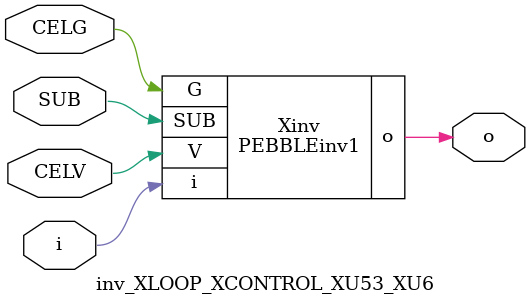
<source format=v>



module PEBBLEinv1 ( o, G, SUB, V, i );

  input V;
  input i;
  input G;
  output o;
  input SUB;
endmodule

//Celera Confidential Do Not Copy inv_XLOOP_XCONTROL_XU53_XU6
//Celera Confidential Symbol Generator
//5V Inverter
module inv_XLOOP_XCONTROL_XU53_XU6 (CELV,CELG,i,o,SUB);
input CELV;
input CELG;
input i;
input SUB;
output o;

//Celera Confidential Do Not Copy inv
PEBBLEinv1 Xinv(
.V (CELV),
.i (i),
.o (o),
.SUB (SUB),
.G (CELG)
);
//,diesize,PEBBLEinv1

//Celera Confidential Do Not Copy Module End
//Celera Schematic Generator
endmodule

</source>
